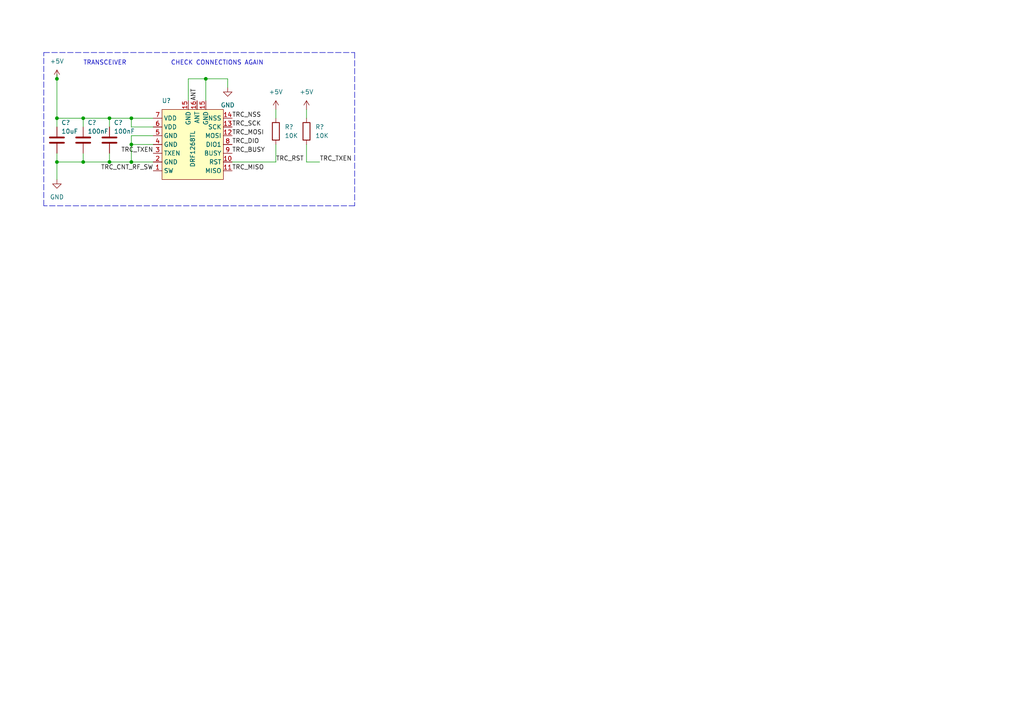
<source format=kicad_sch>
(kicad_sch (version 20211123) (generator eeschema)
  (paper "A4")
  (lib_symbols
    (symbol "Device:C" (pin_numbers hide) (pin_names (offset 0.254))
      (property "Reference" "C" (at 0.635 2.54 0))
      (property "Value" "C" (at 0.635 -2.54 0))
      (symbol "C_0_1"
        (polyline (pts (xy -2.032 -0.762) (xy 2.032 -0.762)) (stroke (width 0.508)))
        (polyline (pts (xy -2.032 0.762) (xy 2.032 0.762)) (stroke (width 0.508)))
      )
      (symbol "C_1_1"
        (pin passive line (at 0 3.81 270) (length 2.794) (name "~") (number "1"))
        (pin passive line (at 0 -3.81 90) (length 2.794) (name "~") (number "2"))
      )
    )
    (symbol "Device:R" (pin_numbers hide) (pin_names (offset 0))
      (property "Reference" "R" (at 2.032 0 90))
      (property "Value" "R" (at 0 0 90))
      (symbol "R_0_1"
        (rectangle (start -1.016 -2.54) (end 1.016 2.54) (stroke (width 0.254)))
      )
      (symbol "R_1_1"
        (pin passive line (at 0 3.81 270) (length 1.27) (name "~") (number "1"))
        (pin passive line (at 0 -3.81 90) (length 1.27) (name "~") (number "2"))
      )
    )
    (symbol "extraItems:DRF1268TL"
      (property "Reference" "U" (at -8.89 12.7 0))
      (property "Value" "DRF1268TL" (at 0 -1.27 90))
      (symbol "DRF1268TL_0_1"
        (rectangle (start -8.89 10.16) (end 8.89 -10.16) (fill (type background)))
      )
      (symbol "DRF1268TL_1_1"
        (pin input line (at -11.43 -7.62 0) (length 2.54) (name "SW") (number "1"))
        (pin bidirectional line (at 11.43 -5.08 180) (length 2.54) (name "RST") (number "10"))
        (pin output line (at 11.43 -7.62 180) (length 2.54) (name "MISO") (number "11"))
        (pin input line (at 11.43 2.54 180) (length 2.54) (name "MOSI") (number "12"))
        (pin input line (at 11.43 5.08 180) (length 2.54) (name "SCK") (number "13"))
        (pin input line (at 11.43 7.62 180) (length 2.54) (name "NSS") (number "14"))
        (pin power_out line (at -1.27 12.7 270) (length 2.54) (name "GND") (number "15"))
        (pin power_out line (at 3.81 12.7 270) (length 2.54) (name "GND") (number "15"))
        (pin input line (at 1.27 12.7 270) (length 2.54) (name "ANT") (number "16"))
        (pin power_out line (at -11.43 -5.08 0) (length 2.54) (name "GND") (number "2"))
        (pin input line (at -11.43 -2.54 0) (length 2.54) (name "TXEN") (number "3"))
        (pin power_out line (at -11.43 0 0) (length 2.54) (name "GND") (number "4"))
        (pin power_out line (at -11.43 2.54 0) (length 2.54) (name "GND") (number "5"))
        (pin power_in line (at -11.43 5.08 0) (length 2.54) (name "VDD") (number "6"))
        (pin power_in line (at -11.43 7.62 0) (length 2.54) (name "VDD") (number "7"))
        (pin bidirectional line (at 11.43 0 180) (length 2.54) (name "DIO1") (number "8"))
        (pin bidirectional line (at 11.43 -2.54 180) (length 2.54) (name "BUSY") (number "9"))
      )
    )
    (symbol "power:+5V" (power) (pin_names (offset 0))
      (property "Value" "+5V" (at 0 3.556 0))
      (symbol "+5V_0_1"
        (polyline (pts (xy -0.762 1.27) (xy 0 2.54)))
        (polyline (pts (xy 0 0) (xy 0 2.54)))
        (polyline (pts (xy 0 2.54) (xy 0.762 1.27)))
      )
      (symbol "+5V_1_1"
        (pin power_in line (at 0 0 90) (length 0) hide (name "+5V") (number "1"))
      )
    )
    (symbol "power:GND" (power) (pin_names (offset 0))
      (property "Value" "GND" (at 0 -3.81 0))
      (symbol "GND_0_1"
        (polyline (pts (xy 0 0) (xy 0 -1.27) (xy 1.27 -1.27) (xy 0 -2.54) (xy -1.27 -1.27) (xy 0 -1.27)))
      )
      (symbol "GND_1_1"
        (pin power_in line (at 0 0 270) (length 0) hide (name "GND") (number "1"))
      )
    )
  )
  (junction (at 16.51 34.29))
  (junction (at 38.1 41.91))
  (junction (at 24.13 34.29))
  (junction (at 16.51 46.99))
  (junction (at 24.13 46.99))
  (junction (at 38.1 46.99))
  (junction (at 16.51 22.86))
  (junction (at 31.75 34.29))
  (junction (at 38.1 34.29))
  (junction (at 31.75 46.99))
  (junction (at 59.69 22.86))
  (wire (pts (xy 54.61 29.21) (xy 54.61 22.86)))
  (polyline (pts (xy 102.87 59.69) (xy 12.7 59.69)))
  (wire (pts (xy 16.51 46.99) (xy 16.51 52.07)))
  (polyline (pts (xy 102.87 15.24) (xy 102.87 59.69)))
  (wire (pts (xy 31.75 34.29) (xy 31.75 36.83)))
  (wire (pts (xy 59.69 22.86) (xy 66.04 22.86)))
  (polyline (pts (xy 12.7 15.24) (xy 102.87 15.24)))
  (wire (pts (xy 16.51 34.29) (xy 24.13 34.29)))
  (wire (pts (xy 31.75 44.45) (xy 31.75 46.99)))
  (wire (pts (xy 16.51 21.59) (xy 16.51 22.86)))
  (wire (pts (xy 16.51 46.99) (xy 24.13 46.99)))
  (wire (pts (xy 16.51 36.83) (xy 16.51 34.29)))
  (wire (pts (xy 67.31 46.99) (xy 80.01 46.99)))
  (wire (pts (xy 38.1 41.91) (xy 38.1 46.99)))
  (wire (pts (xy 44.45 39.37) (xy 38.1 39.37)))
  (polyline (pts (xy 12.7 59.69) (xy 12.7 15.24)))
  (wire (pts (xy 31.75 46.99) (xy 38.1 46.99)))
  (wire (pts (xy 24.13 44.45) (xy 24.13 46.99)))
  (wire (pts (xy 24.13 34.29) (xy 31.75 34.29)))
  (wire (pts (xy 80.01 41.91) (xy 80.01 46.99)))
  (wire (pts (xy 38.1 36.83) (xy 44.45 36.83)))
  (wire (pts (xy 16.51 44.45) (xy 16.51 46.99)))
  (wire (pts (xy 24.13 46.99) (xy 31.75 46.99)))
  (wire (pts (xy 66.04 22.86) (xy 66.04 25.4)))
  (wire (pts (xy 88.9 46.99) (xy 88.9 41.91)))
  (wire (pts (xy 38.1 34.29) (xy 44.45 34.29)))
  (wire (pts (xy 38.1 41.91) (xy 44.45 41.91)))
  (wire (pts (xy 24.13 34.29) (xy 24.13 36.83)))
  (wire (pts (xy 80.01 31.75) (xy 80.01 34.29)))
  (wire (pts (xy 38.1 46.99) (xy 44.45 46.99)))
  (wire (pts (xy 88.9 34.29) (xy 88.9 31.75)))
  (wire (pts (xy 88.9 46.99) (xy 92.71 46.99)))
  (wire (pts (xy 54.61 22.86) (xy 59.69 22.86)))
  (wire (pts (xy 38.1 39.37) (xy 38.1 41.91)))
  (wire (pts (xy 59.69 29.21) (xy 59.69 22.86)))
  (wire (pts (xy 31.75 34.29) (xy 38.1 34.29)))
  (wire (pts (xy 16.51 22.86) (xy 16.51 34.29)))
  (wire (pts (xy 38.1 34.29) (xy 38.1 36.83)))
  (text "CHECK CONNECTIONS AGAIN" (at 49.53 19.05 0) (effects (font (size 1.27 1.27)) (justify left bottom)))
  (text "TRANSCEIVER\n" (at 24.13 19.05 0) (effects (font (size 1.27 1.27)) (justify left bottom)))
  (label "TRC_MOSI" (at 67.31 39.37 0))
  (label "TRC_TXEN" (at 92.71 46.99 0))
  (label "TRC_CNT_RF_SW" (at 44.45 49.53 180))
  (label "TRC_TXEN" (at 44.45 44.45 180))
  (label "TRC_SCK" (at 67.31 36.83 0))
  (label "TRC_NSS" (at 67.31 34.29 0))
  (label "ANT" (at 57.15 29.21 90))
  (label "TRC_RST" (at 80.01 46.99 0))
  (label "TRC_MISO" (at 67.31 49.53 0))
  (label "TRC_DIO" (at 67.31 41.91 0))
  (label "TRC_BUSY" (at 67.31 44.45 0))
  (symbol (lib_id "power:+5V") (at 88.9 31.75 0) (unit 1)
    (property "Reference" "#PWR?" (effects hide))
    (property "Value" "+5V" (at 88.9 26.67 0))
  )
  (symbol (lib_id "Device:R") (at 88.9 38.1 0) (unit 1)
    (property "Reference" "R?" (at 91.44 36.8299 0) (effects (justify left)))
    (property "Value" "10K" (at 91.44 39.3699 0) (effects (justify left)))
  )
  (symbol (lib_id "Device:C") (at 31.75 40.64 0) (unit 1)
    (property "Reference" "C?" (at 33.02 35.56 0) (effects (justify left)))
    (property "Value" "100nF" (at 33.02 38.1 0) (effects (justify left)))
  )
  (symbol (lib_id "Device:C") (at 16.51 40.64 0) (unit 1)
    (property "Reference" "C?" (at 17.78 35.56 0) (effects (justify left)))
    (property "Value" "10uF" (at 17.78 38.1 0) (effects (justify left)))
  )
  (symbol (lib_id "Device:R") (at 80.01 38.1 0) (unit 1)
    (property "Reference" "R?" (at 82.55 36.8299 0) (effects (justify left)))
    (property "Value" "10K" (at 82.55 39.3699 0) (effects (justify left)))
  )
  (symbol (lib_id "Device:C") (at 24.13 40.64 0) (unit 1)
    (property "Reference" "C?" (at 25.4 35.56 0) (effects (justify left)))
    (property "Value" "100nF" (at 25.4 38.1 0) (effects (justify left)))
  )
  (symbol (lib_id "extraItems:DRF1268TL") (at 55.88 41.91 0) (unit 1)
    (property "Reference" "U?" (at 48.26 29.21 0))
    (property "Value" "DRF1268TL" (at 55.88 43.18 90))
  )
  (symbol (lib_id "power:+5V") (at 16.51 22.86 0) (unit 1)
    (property "Reference" "#PWR?" (effects hide))
    (property "Value" "+5V" (at 16.51 17.78 0))
  )
  (symbol (lib_id "power:+5V") (at 80.01 31.75 0) (unit 1)
    (property "Reference" "#PWR?" (effects hide))
    (property "Value" "+5V" (at 80.01 26.67 0))
  )
  (symbol (lib_id "power:GND") (at 66.04 25.4 0) (unit 1)
    (property "Reference" "#PWR?" (effects hide))
    (property "Value" "GND" (at 66.04 30.48 0))
  )
  (symbol (lib_id "power:GND") (at 16.51 52.07 0) (unit 1)
    (property "Reference" "#PWR?" (effects hide))
    (property "Value" "GND" (at 16.51 57.15 0))
  )
)
</source>
